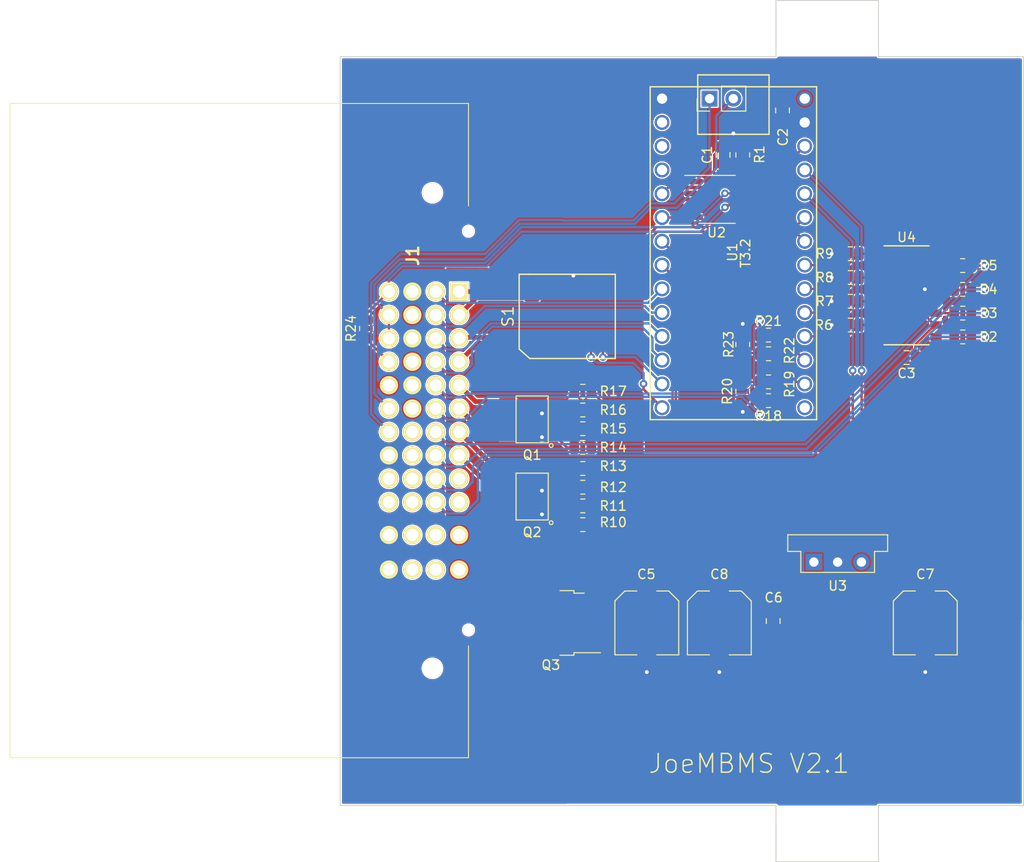
<source format=kicad_pcb>
(kicad_pcb (version 20171130) (host pcbnew 5.99.0+really5.1.10+dfsg1-1)
  (layers (0 F.Cu signal) (31 B.Cu signal) (34 B.Paste user) (35 F.Paste user) (36 B.SilkS user) (37 F.SilkS user) (38 B.Mask user) (39 F.Mask user) (44 Edge.Cuts user))
  (net 0 "")
  (net 1 GND)
  (net 2 +12V)
  (net 3 Teensy_TX3)
  (net 4 Teensy_RX3)
  (net 5 "Net-(R1-Pad2)")
  (net 6 "Net-(R2-Pad2)")
  (net 7 "Net-(R3-Pad2)")
  (net 8 "Net-(R4-Pad2)")
  (net 9 "Net-(R5-Pad2)")
  (net 10 Teensy_IN2)
  (net 11 Teensy_IN1)
  (net 12 Teensy_IN3)
  (net 13 Teensy_IN4)
  (net 14 Teensy_OUT8)
  (net 15 Teensy_OUT7)
  (net 16 Teensy_OUT5)
  (net 17 Teensy_OUT6)
  (net 18 Teensy_ASEN2)
  (net 19 "Net-(R19-Pad1)")
  (net 20 Teensy_ASEN1)
  (net 21 "Net-(R22-Pad1)")
  (net 22 Teensy_OUT1)
  (net 23 Teensy_OUT4)
  (net 24 Teensy_OUT2)
  (net 25 Teensy_OUT3)
  (net 26 "Net-(S1-Pad5)")
  (net 27 "Net-(S1-Pad4)")
  (net 28 "Net-(S1-Pad3)")
  (net 29 "Net-(S1-Pad12)")
  (net 30 "Net-(U1-Pad20)")
  (net 31 +3V3)
  (net 32 Teensy_RX)
  (net 33 Teensy_TX)
  (net 34 "Net-(U1-Pad4)")
  (net 35 "Net-(U1-Pad3)")
  (net 36 "Net-(U1-Pad2)")
  (net 37 "Net-(U2-Pad5)")
  (net 38 "Net-(J1-PadM3)")
  (net 39 "Net-(J1-PadM2)")
  (net 40 "Net-(J1-PadL3)")
  (net 41 "Net-(J1-PadL2)")
  (net 42 "Net-(J1-PadK3)")
  (net 43 "Net-(J1-PadK1)")
  (net 44 "Net-(J1-PadJ3)")
  (net 45 "Net-(J1-PadJ1)")
  (net 46 "Net-(J1-PadH3)")
  (net 47 "Net-(J1-PadG3)")
  (net 48 J1_12V)
  (net 49 J1_CANH)
  (net 50 J1_IN4)
  (net 51 J1_CANL)
  (net 52 J1_IN3)
  (net 53 J1_IN2)
  (net 54 J1_OUT8)
  (net 55 J1_IN1)
  (net 56 J1_OUT7)
  (net 57 J1_TX2)
  (net 58 J1_OUT6)
  (net 59 J1_RX2)
  (net 60 J1_OUT5)
  (net 61 J1_ASEN2)
  (net 62 J1_OUT4)
  (net 63 J1_ASEN1)
  (net 64 J1_OUT3)
  (net 65 J1_OUT2)
  (net 66 J1_OUT1)
  (net 67 J1_CAN_T_2)
  (net 68 "Net-(Q1-Pad4)")
  (net 69 "Net-(Q1-Pad2)")
  (net 70 "Net-(Q2-Pad4)")
  (net 71 "Net-(Q2-Pad2)")
  (net 72 "Net-(J1-PadK4)")
  (net 73 "Net-(J1-PadJ4)")
  (net 74 Teensy_D+)
  (net 75 Teensy_D-)
  (net 76 Teensy_VUSB)
  (module Connector_PinHeader_2.54mm:PinHeader_1x02_P2.54mm_Vertical (layer F.Cu) (at 139.455 54.49 90)
    (fp_text reference REF** hide)
    (fp_text value PinHeader_1x02_P2.54mm_Vertical)
    (pad 2 thru_hole oval (at 0 2.54 90) (size 1.7 1.7) (drill 1) (layers *.Cu *.Mask) (net 75 Teensy_D-))
    (pad 1 thru_hole rect (at 0 0 90) (size 1.7 1.7) (drill 1) (layers *.Cu *.Mask) (net 74 Teensy_D+))
  )
  (module MRV_SMD_Packages:PG-DSO-14-40_EP (layer F.Cu) (at 124.25 77.75)
    (fp_text reference S1 (at -6.335 0 90) (layer F.SilkS) (effects (font (size 1.2 1.2))))
    (fp_text value BTS5200-4)
    (pad 15 smd rect (at -1.65 0.7125) (size 2.9 1.025) (layers F.Cu F.Paste F.Mask) (net 2 +12V))
    (pad 7 smd rect (at 3.81 2.845) (size 0.65 1.31) (layers F.Cu F.Paste F.Mask) (net 22 Teensy_OUT1))
    (pad 8 smd rect (at 3.81 -2.845) (size 0.65 1.31) (layers F.Cu F.Paste F.Mask) (net 25 Teensy_OUT3))
    (pad 6 smd rect (at 2.54 2.845) (size 0.65 1.31) (layers F.Cu F.Paste F.Mask) (net 24 Teensy_OUT2))
    (pad 9 smd rect (at 2.54 -2.845) (size 0.65 1.31) (layers F.Cu F.Paste F.Mask) (net 23 Teensy_OUT4))
    (pad 5 smd rect (at 1.27 2.845) (size 0.65 1.31) (layers F.Cu F.Paste F.Mask) (net 26 "Net-(S1-Pad5)"))
    (pad 10 smd rect (at 1.27 -2.845) (size 0.65 1.31) (layers F.Cu F.Paste F.Mask) (net 1 GND))
    (pad 4 smd rect (at 0 2.845) (size 0.65 1.31) (layers F.Cu F.Paste F.Mask) (net 27 "Net-(S1-Pad4)"))
    (pad 11 smd rect (at 0 -2.845) (size 0.65 1.31) (layers F.Cu F.Paste F.Mask) (net 1 GND))
    (pad 3 smd rect (at -1.27 2.845) (size 0.65 1.31) (layers F.Cu F.Paste F.Mask) (net 28 "Net-(S1-Pad3)"))
    (pad 12 smd rect (at -1.27 -2.845) (size 0.65 1.31) (layers F.Cu F.Paste F.Mask) (net 29 "Net-(S1-Pad12)"))
    (pad 2 smd rect (at -2.54 2.845) (size 0.65 1.31) (layers F.Cu F.Paste F.Mask) (net 65 J1_OUT2))
    (pad 13 smd rect (at -2.54 -2.845) (size 0.65 1.31) (layers F.Cu F.Paste F.Mask) (net 62 J1_OUT4))
    (pad 1 smd rect (at -3.81 2.845) (size 0.65 1.31) (layers F.Cu F.Paste F.Mask) (net 66 J1_OUT1))
    (pad 14 smd rect (at -3.81 -2.845) (size 0.65 1.31) (layers F.Cu F.Paste F.Mask) (net 64 J1_OUT3))
    (pad 15 smd rect (at 1.65 0.7125) (size 2.9 1.025) (layers F.Cu F.Paste F.Mask) (net 2 +12V))
    (pad 15 smd rect (at 1.65 -0.7125) (size 2.9 1.025) (layers F.Cu F.Paste F.Mask) (net 2 +12V))
    (pad 15 smd rect (at -1.65 -0.7125) (size 2.9 1.025) (layers F.Cu F.Paste F.Mask) (net 2 +12V))
  )
  (module Molex_5007620481:5007620481 (layer F.Cu) (at 112.7 75.1 270)
    (fp_text reference J1 (at -3.85 4.95 90) (layer F.SilkS) (effects (font (size 1.27 1.27) (thickness 0.254))))
    (fp_text value 5007620481 hide)
    (pad MH4 thru_hole circle (at 40.25 2.85) (size 2.05 2.05) (drill 4.1) (layers *.Cu *.Mask F.SilkS))
    (pad MH3 thru_hole circle (at -10.55 2.85) (size 2.05 2.05) (drill 4.1) (layers *.Cu *.Mask F.SilkS))
    (pad MH2 thru_hole circle (at 36.15 -1) (size 1.15 1.15) (drill 2.3) (layers *.Cu *.Mask F.SilkS))
    (pad MH1 thru_hole circle (at -6.45 -1) (size 1.15 1.15) (drill 2.3) (layers *.Cu *.Mask F.SilkS))
    (pad M4 thru_hole circle (at 29.7 7.5) (size 1.95 1.95) (drill 1.3) (layers *.Cu *.Mask F.SilkS) (net 1 GND))
    (pad M3 thru_hole circle (at 29.7 5) (size 1.95 1.95) (drill 1.3) (layers *.Cu *.Mask F.SilkS) (net 38 "Net-(J1-PadM3)"))
    (pad M2 thru_hole circle (at 29.7 2.5) (size 1.95 1.95) (drill 1.3) (layers *.Cu *.Mask F.SilkS) (net 39 "Net-(J1-PadM2)"))
    (pad M1 thru_hole circle (at 29.7 0) (size 1.95 1.95) (drill 1.3) (layers *.Cu *.Mask F.SilkS) (net 48 J1_12V))
    (pad L4 thru_hole circle (at 26 7.5) (size 1.95 1.95) (drill 1.3) (layers *.Cu *.Mask F.SilkS) (net 1 GND))
    (pad L3 thru_hole circle (at 26 5) (size 1.95 1.95) (drill 1.3) (layers *.Cu *.Mask F.SilkS) (net 40 "Net-(J1-PadL3)"))
    (pad L2 thru_hole circle (at 26 2.5) (size 1.95 1.95) (drill 1.3) (layers *.Cu *.Mask F.SilkS) (net 41 "Net-(J1-PadL2)"))
    (pad L1 thru_hole circle (at 26 0) (size 1.95 1.95) (drill 1.3) (layers *.Cu *.Mask F.SilkS) (net 48 J1_12V))
    (pad K4 thru_hole circle (at 22.5 7.5) (size 1.95 1.95) (drill 1.3) (layers *.Cu *.Mask F.SilkS) (net 72 "Net-(J1-PadK4)"))
    (pad K3 thru_hole circle (at 22.5 5) (size 1.95 1.95) (drill 1.3) (layers *.Cu *.Mask F.SilkS) (net 42 "Net-(J1-PadK3)"))
    (pad K2 thru_hole circle (at 22.5 2.5) (size 1.95 1.95) (drill 1.3) (layers *.Cu *.Mask F.SilkS) (net 53 J1_IN2))
    (pad K1 thru_hole circle (at 22.5 0) (size 1.95 1.95) (drill 1.3) (layers *.Cu *.Mask F.SilkS) (net 43 "Net-(J1-PadK1)"))
    (pad J4 thru_hole circle (at 20 7.5) (size 1.95 1.95) (drill 1.3) (layers *.Cu *.Mask F.SilkS) (net 73 "Net-(J1-PadJ4)"))
    (pad J3 thru_hole circle (at 20 5) (size 1.95 1.95) (drill 1.3) (layers *.Cu *.Mask F.SilkS) (net 44 "Net-(J1-PadJ3)"))
    (pad J2 thru_hole circle (at 20 2.5) (size 1.95 1.95) (drill 1.3) (layers *.Cu *.Mask F.SilkS) (net 55 J1_IN1))
    (pad J1 thru_hole circle (at 20 0) (size 1.95 1.95) (drill 1.3) (layers *.Cu *.Mask F.SilkS) (net 45 "Net-(J1-PadJ1)"))
    (pad H4 thru_hole circle (at 17.5 7.5) (size 1.95 1.95) (drill 1.3) (layers *.Cu *.Mask F.SilkS) (net 1 GND))
    (pad H3 thru_hole circle (at 17.5 5) (size 1.95 1.95) (drill 1.3) (layers *.Cu *.Mask F.SilkS) (net 46 "Net-(J1-PadH3)"))
    (pad H2 thru_hole circle (at 17.5 2.5) (size 1.95 1.95) (drill 1.3) (layers *.Cu *.Mask F.SilkS) (net 52 J1_IN3))
    (pad H1 thru_hole circle (at 17.5 0) (size 1.95 1.95) (drill 1.3) (layers *.Cu *.Mask F.SilkS) (net 58 J1_OUT6))
    (pad G4 thru_hole circle (at 15 7.5) (size 1.95 1.95) (drill 1.3) (layers *.Cu *.Mask F.SilkS) (net 74 Teensy_D+))
    (pad G3 thru_hole circle (at 15 5) (size 1.95 1.95) (drill 1.3) (layers *.Cu *.Mask F.SilkS) (net 47 "Net-(J1-PadG3)"))
    (pad G2 thru_hole circle (at 15 2.5) (size 1.95 1.95) (drill 1.3) (layers *.Cu *.Mask F.SilkS) (net 50 J1_IN4))
    (pad G1 thru_hole circle (at 15 0) (size 1.95 1.95) (drill 1.3) (layers *.Cu *.Mask F.SilkS) (net 60 J1_OUT5))
    (pad F4 thru_hole circle (at 12.5 7.5) (size 1.95 1.95) (drill 1.3) (layers *.Cu *.Mask F.SilkS) (net 75 Teensy_D-))
    (pad F3 thru_hole circle (at 12.5 5) (size 1.95 1.95) (drill 1.3) (layers *.Cu *.Mask F.SilkS) (net 76 Teensy_VUSB))
    (pad F2 thru_hole circle (at 12.5 2.5) (size 1.95 1.95) (drill 1.3) (layers *.Cu *.Mask F.SilkS) (net 61 J1_ASEN2))
    (pad F1 thru_hole circle (at 12.5 0) (size 1.95 1.95) (drill 1.3) (layers *.Cu *.Mask F.SilkS) (net 56 J1_OUT7))
    (pad E4 thru_hole circle (at 10 7.5) (size 1.95 1.95) (drill 1.3) (layers *.Cu *.Mask F.SilkS) (net 76 Teensy_VUSB))
    (pad E3 thru_hole circle (at 10 5) (size 1.95 1.95) (drill 1.3) (layers *.Cu *.Mask F.SilkS) (net 1 GND))
    (pad E2 thru_hole circle (at 10 2.5) (size 1.95 1.95) (drill 1.3) (layers *.Cu *.Mask F.SilkS) (net 63 J1_ASEN1))
    (pad E1 thru_hole circle (at 10 0) (size 1.95 1.95) (drill 1.3) (layers *.Cu *.Mask F.SilkS) (net 54 J1_OUT8))
    (pad D4 thru_hole circle (at 7.5 7.5) (size 1.95 1.95) (drill 1.3) (layers *.Cu *.Mask F.SilkS) (net 67 J1_CAN_T_2))
    (pad D3 thru_hole circle (at 7.5 5) (size 1.95 1.95) (drill 1.3) (layers *.Cu *.Mask F.SilkS) (net 76 Teensy_VUSB))
    (pad D2 thru_hole circle (at 7.5 2.5) (size 1.95 1.95) (drill 1.3) (layers *.Cu *.Mask F.SilkS) (net 57 J1_TX2))
    (pad D1 thru_hole circle (at 7.5 0) (size 1.95 1.95) (drill 1.3) (layers *.Cu *.Mask F.SilkS) (net 66 J1_OUT1))
    (pad C4 thru_hole circle (at 5 7.5) (size 1.95 1.95) (drill 1.3) (layers *.Cu *.Mask F.SilkS) (net 49 J1_CANH))
    (pad C3 thru_hole circle (at 5 5) (size 1.95 1.95) (drill 1.3) (layers *.Cu *.Mask F.SilkS) (net 1 GND))
    (pad C2 thru_hole circle (at 5 2.5) (size 1.95 1.95) (drill 1.3) (layers *.Cu *.Mask F.SilkS) (net 59 J1_RX2))
    (pad C1 thru_hole circle (at 5 0) (size 1.95 1.95) (drill 1.3) (layers *.Cu *.Mask F.SilkS) (net 65 J1_OUT2))
    (pad B4 thru_hole circle (at 2.5 7.5) (size 1.95 1.95) (drill 1.3) (layers *.Cu *.Mask F.SilkS) (net 49 J1_CANH))
    (pad B3 thru_hole circle (at 2.5 5) (size 1.95 1.95) (drill 1.3) (layers *.Cu *.Mask F.SilkS) (net 76 Teensy_VUSB))
    (pad B2 thru_hole circle (at 2.5 2.5) (size 1.95 1.95) (drill 1.3) (layers *.Cu *.Mask F.SilkS) (net 3 Teensy_TX3))
    (pad B1 thru_hole circle (at 2.5 0) (size 1.95 1.95) (drill 1.3) (layers *.Cu *.Mask F.SilkS) (net 62 J1_OUT4))
    (pad A4 thru_hole circle (at 0 7.5) (size 1.95 1.95) (drill 1.3) (layers *.Cu *.Mask F.SilkS) (net 51 J1_CANL))
    (pad A3 thru_hole circle (at 0 5) (size 1.95 1.95) (drill 1.3) (layers *.Cu *.Mask F.SilkS) (net 1 GND))
    (pad A2 thru_hole circle (at 0 2.5) (size 1.95 1.95) (drill 1.3) (layers *.Cu *.Mask F.SilkS) (net 4 Teensy_RX3))
    (pad A1 thru_hole rect (at 0 0) (size 1.95 1.95) (drill 1.3) (layers *.Cu *.Mask F.SilkS) (net 64 J1_OUT3))
  )
  (module Capacitor_SMD:C_0805_2012Metric (layer F.Cu) (at 140.9 60.5 270)
    (fp_text reference C1 (at 0 1.7 90) (layer F.SilkS))
    (fp_text value 100nF)
    (pad 2 smd roundrect (at 0.95 0 270) (size 1 1.45) (layers F.Cu F.Paste F.Mask) (net 31 +3V3))
    (pad 1 smd roundrect (at -0.95 0 270) (size 1 1.45) (layers F.Cu F.Paste F.Mask) (net 1 GND))
  )
  (module TLP2934:TLP293-4 (layer F.Cu) (at 160.5 75.5 180)
    (fp_text reference U4 (at 0 6.2) (layer F.SilkS))
    (fp_text value "IS281-4 " hide)
    (pad 16 smd rect (at 3.149999 -4.445 180) (size 1.1938 0.8128) (layers F.Cu F.Paste F.Mask) (net 76 Teensy_VUSB))
    (pad 15 smd rect (at 3.149999 -3.175 180) (size 1.1938 0.8128) (layers F.Cu F.Paste F.Mask) (net 10 Teensy_IN2))
    (pad 14 smd rect (at 3.149999 -1.905 180) (size 1.1938 0.8128) (layers F.Cu F.Paste F.Mask) (net 76 Teensy_VUSB))
    (pad 13 smd rect (at 3.149999 -0.635 180) (size 1.1938 0.8128) (layers F.Cu F.Paste F.Mask) (net 11 Teensy_IN1))
    (pad 12 smd rect (at 3.149999 0.635 180) (size 1.1938 0.8128) (layers F.Cu F.Paste F.Mask) (net 76 Teensy_VUSB))
    (pad 11 smd rect (at 3.149999 1.905 180) (size 1.1938 0.8128) (layers F.Cu F.Paste F.Mask) (net 12 Teensy_IN3))
    (pad 10 smd rect (at 3.149999 3.175 180) (size 1.1938 0.8128) (layers F.Cu F.Paste F.Mask) (net 76 Teensy_VUSB))
    (pad 9 smd rect (at 3.149999 4.445 180) (size 1.1938 0.8128) (layers F.Cu F.Paste F.Mask) (net 13 Teensy_IN4))
    (pad 8 smd rect (at -3.149999 4.445 180) (size 1.1938 0.8128) (layers F.Cu F.Paste F.Mask) (net 1 GND))
    (pad 7 smd rect (at -3.149999 3.175 180) (size 1.1938 0.8128) (layers F.Cu F.Paste F.Mask) (net 9 "Net-(R5-Pad2)"))
    (pad 6 smd rect (at -3.149999 1.905 180) (size 1.1938 0.8128) (layers F.Cu F.Paste F.Mask) (net 1 GND))
    (pad 5 smd rect (at -3.149999 0.635 180) (size 1.1938 0.8128) (layers F.Cu F.Paste F.Mask) (net 8 "Net-(R4-Pad2)"))
    (pad 4 smd rect (at -3.149999 -0.635 180) (size 1.1938 0.8128) (layers F.Cu F.Paste F.Mask) (net 1 GND))
    (pad 3 smd rect (at -3.149999 -1.905 180) (size 1.1938 0.8128) (layers F.Cu F.Paste F.Mask) (net 7 "Net-(R3-Pad2)"))
    (pad 2 smd rect (at -3.149999 -3.175 180) (size 1.1938 0.8128) (layers F.Cu F.Paste F.Mask) (net 1 GND))
    (pad 1 smd rect (at -3.149999 -4.445 180) (size 1.1938 0.8128) (layers F.Cu F.Paste F.Mask) (net 6 "Net-(R2-Pad2)"))
  )
  (module Converter_DCDC:Converter_DCDC_muRata_OKI-78SR_Vertical (layer F.Cu) (at 150.6 104)
    (fp_text reference U3 (at 2.54 2.54 180) (layer F.SilkS))
    (fp_text value "DCDC 5V")
    (pad 1 thru_hole rect (at 0 0) (size 1.8 1.8) (drill 1) (layers *.Cu *.Mask) (net 2 +12V))
    (pad 2 thru_hole circle (at 2.54 0) (size 1.8 1.8) (drill 1) (layers *.Cu *.Mask) (net 1 GND))
    (pad 3 thru_hole circle (at 5.08 0) (size 1.8 1.8) (drill 1) (layers *.Cu *.Mask) (net 76 Teensy_VUSB))
  )
  (module Package_SO:SOIC-8_3.9x4.9mm_P1.27mm (layer F.Cu) (at 140.25 65.25)
    (fp_text reference U2 (at -0.05 3.55) (layer F.SilkS))
    (fp_text value SN65HVD230)
    (pad 8 smd roundrect (at 2.475 -1.905) (size 1.95 0.6) (layers F.Cu F.Paste F.Mask) (net 5 "Net-(R1-Pad2)"))
    (pad 7 smd roundrect (at 2.475 -0.635) (size 1.95 0.6) (layers F.Cu F.Paste F.Mask) (net 49 J1_CANH))
    (pad 6 smd roundrect (at 2.475 0.635) (size 1.95 0.6) (layers F.Cu F.Paste F.Mask) (net 51 J1_CANL))
    (pad 5 smd roundrect (at 2.475 1.905) (size 1.95 0.6) (layers F.Cu F.Paste F.Mask) (net 37 "Net-(U2-Pad5)"))
    (pad 4 smd roundrect (at -2.475 1.905) (size 1.95 0.6) (layers F.Cu F.Paste F.Mask) (net 32 Teensy_RX))
    (pad 3 smd roundrect (at -2.475 0.635) (size 1.95 0.6) (layers F.Cu F.Paste F.Mask) (net 31 +3V3))
    (pad 2 smd roundrect (at -2.475 -0.635) (size 1.95 0.6) (layers F.Cu F.Paste F.Mask) (net 1 GND))
    (pad 1 smd roundrect (at -2.475 -1.905) (size 1.95 0.6) (layers F.Cu F.Paste F.Mask) (net 33 Teensy_TX))
  )
  (module Teensy:Teensy30_31_32_LC_Mod (layer F.Cu) (at 142 71 270)
    (fp_text reference U1 (at -0.1 0.1 90) (layer F.SilkS))
    (fp_text value Teensy3.2)
    (fp_text user T3.2 (at 0 -1.3 90) (layer F.SilkS))
    (pad 20 thru_hole circle (at 16.51 -7.62 270) (size 1.6 1.6) (drill 1.1) (layers *.Cu *.Mask) (net 30 "Net-(U1-Pad20)"))
    (pad 14 thru_hole circle (at 16.51 7.62 270) (size 1.6 1.6) (drill 1.1) (layers *.Cu *.Mask) (net 24 Teensy_OUT2))
    (pad 21 thru_hole circle (at 13.97 -7.62 270) (size 1.6 1.6) (drill 1.1) (layers *.Cu *.Mask) (net 18 Teensy_ASEN2))
    (pad 22 thru_hole circle (at 11.43 -7.62 270) (size 1.6 1.6) (drill 1.1) (layers *.Cu *.Mask) (net 20 Teensy_ASEN1))
    (pad 23 thru_hole circle (at 8.89 -7.62 270) (size 1.6 1.6) (drill 1.1) (layers *.Cu *.Mask) (net 10 Teensy_IN2))
    (pad 24 thru_hole circle (at 6.35 -7.62 270) (size 1.6 1.6) (drill 1.1) (layers *.Cu *.Mask) (net 11 Teensy_IN1))
    (pad 25 thru_hole circle (at 3.81 -7.62 270) (size 1.6 1.6) (drill 1.1) (layers *.Cu *.Mask) (net 12 Teensy_IN3))
    (pad 26 thru_hole circle (at 1.27 -7.62 270) (size 1.6 1.6) (drill 1.1) (layers *.Cu *.Mask) (net 13 Teensy_IN4))
    (pad 27 thru_hole circle (at -1.27 -7.62 270) (size 1.6 1.6) (drill 1.1) (layers *.Cu *.Mask) (net 25 Teensy_OUT3))
    (pad 28 thru_hole circle (at -3.81 -7.62 270) (size 1.6 1.6) (drill 1.1) (layers *.Cu *.Mask) (net 23 Teensy_OUT4))
    (pad 29 thru_hole circle (at -6.35 -7.62 270) (size 1.6 1.6) (drill 1.1) (layers *.Cu *.Mask) (net 16 Teensy_OUT5))
    (pad 30 thru_hole circle (at -8.89 -7.62 270) (size 1.6 1.6) (drill 1.1) (layers *.Cu *.Mask) (net 17 Teensy_OUT6))
    (pad 31 thru_hole circle (at -11.43 -7.62 270) (size 1.6 1.6) (drill 1.1) (layers *.Cu *.Mask) (net 31 +3V3))
    (pad 32 thru_hole circle (at -13.97 -7.62 270) (size 1.6 1.6) (drill 1.1) (layers *.Cu *.Mask) (net 1 GND))
    (pad 33 thru_hole circle (at -16.51 -7.62 270) (size 1.6 1.6) (drill 1.1) (layers *.Cu *.Mask) (net 76 Teensy_VUSB))
    (pad 13 thru_hole circle (at 13.97 7.62 270) (size 1.6 1.6) (drill 1.1) (layers *.Cu *.Mask) (net 22 Teensy_OUT1))
    (pad 12 thru_hole circle (at 11.43 7.62 270) (size 1.6 1.6) (drill 1.1) (layers *.Cu *.Mask) (net 57 J1_TX2))
    (pad 11 thru_hole circle (at 8.89 7.62 270) (size 1.6 1.6) (drill 1.1) (layers *.Cu *.Mask) (net 59 J1_RX2))
    (pad 10 thru_hole circle (at 6.35 7.62 270) (size 1.6 1.6) (drill 1.1) (layers *.Cu *.Mask) (net 3 Teensy_TX3))
    (pad 9 thru_hole circle (at 3.81 7.62 270) (size 1.6 1.6) (drill 1.1) (layers *.Cu *.Mask) (net 4 Teensy_RX3))
    (pad 8 thru_hole circle (at 1.27 7.62 270) (size 1.6 1.6) (drill 1.1) (layers *.Cu *.Mask) (net 14 Teensy_OUT8))
    (pad 7 thru_hole circle (at -1.27 7.62 270) (size 1.6 1.6) (drill 1.1) (layers *.Cu *.Mask) (net 15 Teensy_OUT7))
    (pad 6 thru_hole circle (at -3.81 7.62 270) (size 1.6 1.6) (drill 1.1) (layers *.Cu *.Mask) (net 32 Teensy_RX))
    (pad 5 thru_hole circle (at -6.35 7.62 270) (size 1.6 1.6) (drill 1.1) (layers *.Cu *.Mask) (net 33 Teensy_TX))
    (pad 4 thru_hole circle (at -8.89 7.62 270) (size 1.6 1.6) (drill 1.1) (layers *.Cu *.Mask) (net 34 "Net-(U1-Pad4)"))
    (pad 3 thru_hole circle (at -11.43 7.62 270) (size 1.6 1.6) (drill 1.1) (layers *.Cu *.Mask) (net 35 "Net-(U1-Pad3)"))
    (pad 2 thru_hole circle (at -13.97 7.62 270) (size 1.6 1.6) (drill 1.1) (layers *.Cu *.Mask) (net 36 "Net-(U1-Pad2)"))
    (pad 1 thru_hole rect (at -16.51 7.62 270) (size 1.6 1.6) (drill 1.1) (layers *.Cu *.Mask) (net 1 GND))
  )
  (module Resistor_SMD:R_0805_2012Metric (layer F.Cu) (at 102.8 79.05 90)
    (fp_text reference R24 (at 0 -1.65 90) (layer F.SilkS))
    (fp_text value 120)
    (pad 2 smd roundrect (at 0.9125 0 90) (size 1.025 1.4) (layers F.Cu F.Paste F.Mask) (roundrect_rratio 0.2439004878048781) (net 51 J1_CANL))
    (pad 1 smd roundrect (at -0.9125 0 90) (size 1.025 1.4) (layers F.Cu F.Paste F.Mask) (roundrect_rratio 0.2439004878048781) (net 67 J1_CAN_T_2))
  )
  (module Resistor_SMD:R_0805_2012Metric (layer F.Cu) (at 143 80.75 270)
    (fp_text reference R23 (at 0 1.5 90) (layer F.SilkS))
    (fp_text value 10k)
    (pad 2 smd roundrect (at 0.9125 0 270) (size 1.025 1.4) (layers F.Cu F.Paste F.Mask) (roundrect_rratio 0.2439004878048781) (net 21 "Net-(R22-Pad1)"))
    (pad 1 smd roundrect (at -0.9125 0 270) (size 1.025 1.4) (layers F.Cu F.Paste F.Mask) (roundrect_rratio 0.2439004878048781) (net 1 GND))
  )
  (module Resistor_SMD:R_0805_2012Metric (layer F.Cu) (at 145.75 81.75)
    (fp_text reference R22 (at 2.25 -0.35 90) (layer F.SilkS))
    (fp_text value 10k)
    (pad 2 smd roundrect (at 0.9125 0) (size 1.025 1.4) (layers F.Cu F.Paste F.Mask) (roundrect_rratio 0.2439004878048781) (net 20 Teensy_ASEN1))
    (pad 1 smd roundrect (at -0.9125 0) (size 1.025 1.4) (layers F.Cu F.Paste F.Mask) (roundrect_rratio 0.2439004878048781) (net 21 "Net-(R22-Pad1)"))
  )
  (module Resistor_SMD:R_0805_2012Metric (layer F.Cu) (at 145.75 79.75 180)
    (fp_text reference R21 (at 0 1.5) (layer F.SilkS))
    (fp_text value 10k)
    (pad 2 smd roundrect (at 0.9125 0 180) (size 1.025 1.4) (layers F.Cu F.Paste F.Mask) (roundrect_rratio 0.2439004878048781) (net 63 J1_ASEN1))
    (pad 1 smd roundrect (at -0.9125 0 180) (size 1.025 1.4) (layers F.Cu F.Paste F.Mask) (roundrect_rratio 0.2439004878048781) (net 20 Teensy_ASEN1))
  )
  (module Resistor_SMD:R_0805_2012Metric (layer F.Cu) (at 143 85.75 90)
    (fp_text reference R20 (at 0 -1.65 90) (layer F.SilkS))
    (fp_text value 10k)
    (pad 2 smd roundrect (at 0.9125 0 90) (size 1.025 1.4) (layers F.Cu F.Paste F.Mask) (roundrect_rratio 0.2439004878048781) (net 19 "Net-(R19-Pad1)"))
    (pad 1 smd roundrect (at -0.9125 0 90) (size 1.025 1.4) (layers F.Cu F.Paste F.Mask) (roundrect_rratio 0.2439004878048781) (net 1 GND))
  )
  (module Resistor_SMD:R_0805_2012Metric (layer F.Cu) (at 145.75 84.75)
    (fp_text reference R19 (at 2.25 0.25 90) (layer F.SilkS))
    (fp_text value 10k)
    (pad 2 smd roundrect (at 0.9125 0) (size 1.025 1.4) (layers F.Cu F.Paste F.Mask) (roundrect_rratio 0.2439004878048781) (net 18 Teensy_ASEN2))
    (pad 1 smd roundrect (at -0.9125 0) (size 1.025 1.4) (layers F.Cu F.Paste F.Mask) (roundrect_rratio 0.2439004878048781) (net 19 "Net-(R19-Pad1)"))
  )
  (module Resistor_SMD:R_0805_2012Metric (layer F.Cu) (at 145.75 86.75 180)
    (fp_text reference R18 (at 0 -1.65) (layer F.SilkS))
    (fp_text value 10k)
    (pad 2 smd roundrect (at 0.9125 0 180) (size 1.025 1.4) (layers F.Cu F.Paste F.Mask) (roundrect_rratio 0.2439004878048781) (net 61 J1_ASEN2))
    (pad 1 smd roundrect (at -0.9125 0 180) (size 1.025 1.4) (layers F.Cu F.Paste F.Mask) (roundrect_rratio 0.2439004878048781) (net 18 Teensy_ASEN2))
  )
  (module Resistor_SMD:R_0805_2012Metric (layer F.Cu) (at 125.9125 85.75 180)
    (fp_text reference R17 (at -3.25 0) (layer F.SilkS))
    (fp_text value 220)
    (pad 2 smd roundrect (at 0.9125 0 180) (size 1.025 1.4) (layers F.Cu F.Paste F.Mask) (roundrect_rratio 0.2439004878048781) (net 68 "Net-(Q1-Pad4)"))
    (pad 1 smd roundrect (at -0.9125 0 180) (size 1.025 1.4) (layers F.Cu F.Paste F.Mask) (roundrect_rratio 0.2439004878048781) (net 14 Teensy_OUT8))
  )
  (module Resistor_SMD:R_0805_2012Metric (layer F.Cu) (at 125.9125 87.75 180)
    (fp_text reference R16 (at -3.25 0) (layer F.SilkS))
    (fp_text value 10k)
    (pad 2 smd roundrect (at 0.9125 0 180) (size 1.025 1.4) (layers F.Cu F.Paste F.Mask) (roundrect_rratio 0.2439004878048781) (net 1 GND))
    (pad 1 smd roundrect (at -0.9125 0 180) (size 1.025 1.4) (layers F.Cu F.Paste F.Mask) (roundrect_rratio 0.2439004878048781) (net 68 "Net-(Q1-Pad4)"))
  )
  (module Resistor_SMD:R_0805_2012Metric (layer F.Cu) (at 125.9125 89.75 180)
    (fp_text reference R15 (at -3.25 0) (layer F.SilkS))
    (fp_text value 220)
    (pad 2 smd roundrect (at 0.9125 0 180) (size 1.025 1.4) (layers F.Cu F.Paste F.Mask) (roundrect_rratio 0.2439004878048781) (net 69 "Net-(Q1-Pad2)"))
    (pad 1 smd roundrect (at -0.9125 0 180) (size 1.025 1.4) (layers F.Cu F.Paste F.Mask) (roundrect_rratio 0.2439004878048781) (net 15 Teensy_OUT7))
  )
  (module Resistor_SMD:R_0805_2012Metric (layer F.Cu) (at 125.9125 91.75 180)
    (fp_text reference R14 (at -3.25 0) (layer F.SilkS))
    (fp_text value 10k)
    (pad 2 smd roundrect (at 0.9125 0 180) (size 1.025 1.4) (layers F.Cu F.Paste F.Mask) (roundrect_rratio 0.2439004878048781) (net 1 GND))
    (pad 1 smd roundrect (at -0.9125 0 180) (size 1.025 1.4) (layers F.Cu F.Paste F.Mask) (roundrect_rratio 0.2439004878048781) (net 69 "Net-(Q1-Pad2)"))
  )
  (module Resistor_SMD:R_0805_2012Metric (layer F.Cu) (at 125.9125 94 180)
    (fp_text reference R13 (at -3.25 0.25) (layer F.SilkS))
    (fp_text value 220)
    (pad 2 smd roundrect (at 0.9125 0 180) (size 1.025 1.4) (layers F.Cu F.Paste F.Mask) (roundrect_rratio 0.2439004878048781) (net 70 "Net-(Q2-Pad4)"))
    (pad 1 smd roundrect (at -0.9125 0 180) (size 1.025 1.4) (layers F.Cu F.Paste F.Mask) (roundrect_rratio 0.2439004878048781) (net 16 Teensy_OUT5))
  )
  (module Resistor_SMD:R_0805_2012Metric (layer F.Cu) (at 125.9125 96 180)
    (fp_text reference R12 (at -3.25 0) (layer F.SilkS))
    (fp_text value 10k)
    (pad 2 smd roundrect (at 0.9125 0 180) (size 1.025 1.4) (layers F.Cu F.Paste F.Mask) (roundrect_rratio 0.2439004878048781) (net 1 GND))
    (pad 1 smd roundrect (at -0.9125 0 180) (size 1.025 1.4) (layers F.Cu F.Paste F.Mask) (roundrect_rratio 0.2439004878048781) (net 70 "Net-(Q2-Pad4)"))
  )
  (module Resistor_SMD:R_0805_2012Metric (layer F.Cu) (at 125.9125 98 180)
    (fp_text reference R11 (at -3.25 0) (layer F.SilkS))
    (fp_text value 220)
    (pad 2 smd roundrect (at 0.9125 0 180) (size 1.025 1.4) (layers F.Cu F.Paste F.Mask) (roundrect_rratio 0.2439004878048781) (net 71 "Net-(Q2-Pad2)"))
    (pad 1 smd roundrect (at -0.9125 0 180) (size 1.025 1.4) (layers F.Cu F.Paste F.Mask) (roundrect_rratio 0.2439004878048781) (net 17 Teensy_OUT6))
  )
  (module Resistor_SMD:R_0805_2012Metric (layer F.Cu) (at 125.9125 100 180)
    (fp_text reference R10 (at -3.25 0.25) (layer F.SilkS))
    (fp_text value 10k)
    (pad 2 smd roundrect (at 0.9125 0 180) (size 1.025 1.4) (layers F.Cu F.Paste F.Mask) (roundrect_rratio 0.2439004878048781) (net 1 GND))
    (pad 1 smd roundrect (at -0.9125 0 180) (size 1.025 1.4) (layers F.Cu F.Paste F.Mask) (roundrect_rratio 0.2439004878048781) (net 71 "Net-(Q2-Pad2)"))
  )
  (module Resistor_SMD:R_0805_2012Metric (layer F.Cu) (at 154.5 71.055 180)
    (fp_text reference R9 (at 2.75 0) (layer F.SilkS))
    (fp_text value 10k)
    (pad 2 smd roundrect (at 0.9125 0 180) (size 1.025 1.4) (layers F.Cu F.Paste F.Mask) (roundrect_rratio 0.2439004878048781) (net 1 GND))
    (pad 1 smd roundrect (at -0.9125 0 180) (size 1.025 1.4) (layers F.Cu F.Paste F.Mask) (roundrect_rratio 0.2439004878048781) (net 13 Teensy_IN4))
  )
  (module Resistor_SMD:R_0805_2012Metric (layer F.Cu) (at 154.5 73.595 180)
    (fp_text reference R8 (at 2.75 0) (layer F.SilkS))
    (fp_text value 10k)
    (pad 2 smd roundrect (at 0.9125 0 180) (size 1.025 1.4) (layers F.Cu F.Paste F.Mask) (roundrect_rratio 0.2439004878048781) (net 1 GND))
    (pad 1 smd roundrect (at -0.9125 0 180) (size 1.025 1.4) (layers F.Cu F.Paste F.Mask) (roundrect_rratio 0.2439004878048781) (net 12 Teensy_IN3))
  )
  (module Resistor_SMD:R_0805_2012Metric (layer F.Cu) (at 154.5 76.135 180)
    (fp_text reference R7 (at 2.75 0) (layer F.SilkS))
    (fp_text value 10k)
    (pad 2 smd roundrect (at 0.9125 0 180) (size 1.025 1.4) (layers F.Cu F.Paste F.Mask) (roundrect_rratio 0.2439004878048781) (net 1 GND))
    (pad 1 smd roundrect (at -0.9125 0 180) (size 1.025 1.4) (layers F.Cu F.Paste F.Mask) (roundrect_rratio 0.2439004878048781) (net 11 Teensy_IN1))
  )
  (module Resistor_SMD:R_0805_2012Metric (layer F.Cu) (at 154.5 78.675 180)
    (fp_text reference R6 (at 2.8375 0) (layer F.SilkS))
    (fp_text value 10k)
    (pad 2 smd roundrect (at 0.9125 0 180) (size 1.025 1.4) (layers F.Cu F.Paste F.Mask) (roundrect_rratio 0.2439004878048781) (net 1 GND))
    (pad 1 smd roundrect (at -0.9125 0 180) (size 1.025 1.4) (layers F.Cu F.Paste F.Mask) (roundrect_rratio 0.2439004878048781) (net 10 Teensy_IN2))
  )
  (module Resistor_SMD:R_0805_2012Metric (layer F.Cu) (at 166.5 72.325 180)
    (fp_text reference R5 (at -2.75 0) (layer F.SilkS))
    (fp_text value 4.7k)
    (pad 2 smd roundrect (at 0.9125 0 180) (size 1.025 1.4) (layers F.Cu F.Paste F.Mask) (roundrect_rratio 0.2439004878048781) (net 9 "Net-(R5-Pad2)"))
    (pad 1 smd roundrect (at -0.9125 0 180) (size 1.025 1.4) (layers F.Cu F.Paste F.Mask) (roundrect_rratio 0.2439004878048781) (net 50 J1_IN4))
  )
  (module Resistor_SMD:R_0805_2012Metric (layer F.Cu) (at 166.5 74.865 180)
    (fp_text reference R4 (at -2.75 0) (layer F.SilkS))
    (fp_text value 4.7k)
    (pad 2 smd roundrect (at 0.9125 0 180) (size 1.025 1.4) (layers F.Cu F.Paste F.Mask) (roundrect_rratio 0.2439004878048781) (net 8 "Net-(R4-Pad2)"))
    (pad 1 smd roundrect (at -0.9125 0 180) (size 1.025 1.4) (layers F.Cu F.Paste F.Mask) (roundrect_rratio 0.2439004878048781) (net 52 J1_IN3))
  )
  (module Resistor_SMD:R_0805_2012Metric (layer F.Cu) (at 166.5 77.405 180)
    (fp_text reference R3 (at -2.75 0) (layer F.SilkS))
    (fp_text value 4.7k)
    (pad 2 smd roundrect (at 0.9125 0 180) (size 1.025 1.4) (layers F.Cu F.Paste F.Mask) (roundrect_rratio 0.2439004878048781) (net 7 "Net-(R3-Pad2)"))
    (pad 1 smd roundrect (at -0.9125 0 180) (size 1.025 1.4) (layers F.Cu F.Paste F.Mask) (roundrect_rratio 0.2439004878048781) (net 55 J1_IN1))
  )
  (module Resistor_SMD:R_0805_2012Metric (layer F.Cu) (at 166.5 79.945 180)
    (fp_text reference R2 (at -2.75 0) (layer F.SilkS))
    (fp_text value 4.7k)
    (pad 2 smd roundrect (at 0.9125 0 180) (size 1.025 1.4) (layers F.Cu F.Paste F.Mask) (roundrect_rratio 0.2439004878048781) (net 6 "Net-(R2-Pad2)"))
    (pad 1 smd roundrect (at -0.9125 0 180) (size 1.025 1.4) (layers F.Cu F.Paste F.Mask) (roundrect_rratio 0.2439004878048781) (net 53 J1_IN2))
  )
  (module Resistor_SMD:R_0805_2012Metric (layer F.Cu) (at 143 60.5 270)
    (fp_text reference R1 (at -0.05 -1.8 90) (layer F.SilkS))
    (fp_text value 10k)
    (pad 2 smd roundrect (at 0.9125 0 270) (size 1.025 1.4) (layers F.Cu F.Paste F.Mask) (roundrect_rratio 0.2439004878048781) (net 5 "Net-(R1-Pad2)"))
    (pad 1 smd roundrect (at -0.9125 0 270) (size 1.025 1.4) (layers F.Cu F.Paste F.Mask) (roundrect_rratio 0.2439004878048781) (net 1 GND))
  )
  (module Package_TO_SOT_SMD:TO-252-2 (layer F.Cu) (at 122.5 110.5 180)
    (fp_text reference Q3 (at 0 -4.5) (layer F.SilkS))
    (fp_text value "P-Chanel Mosfet")
    (pad 2 smd rect (at 2.1 0 180) (size 6.4 5.8) (layers F.Cu F.Mask) (net 48 J1_12V))
    (pad 3 smd rect (at -4.2 2.28 180) (size 2.2 1.2) (layers F.Cu F.Paste F.Mask) (net 2 +12V))
    (pad 1 smd rect (at -4.2 -2.28 180) (size 2.2 1.2) (layers F.Cu F.Paste F.Mask) (net 1 GND))
  )
  (module JoeMBMS:SO-8_IRF956 (layer F.Cu) (at 120.5 88.75 180)
    (fp_text reference Q1 (at 0 -3.81) (layer F.SilkS))
    (fp_text value BSO615NG)
    (pad 8 smd rect (at 2.61 -1.905 180) (size 1.78 0.72) (layers F.Cu F.Paste F.Mask) (net 56 J1_OUT7))
    (pad 7 smd rect (at 2.61 -0.635 180) (size 1.78 0.72) (layers F.Cu F.Paste F.Mask) (net 56 J1_OUT7))
    (pad 6 smd rect (at 2.61 0.635 180) (size 1.78 0.72) (layers F.Cu F.Paste F.Mask) (net 54 J1_OUT8))
    (pad 5 smd rect (at 2.61 1.905 180) (size 1.78 0.72) (layers F.Cu F.Paste F.Mask) (net 54 J1_OUT8))
    (pad 4 smd rect (at -2.61 1.905 180) (size 1.78 0.72) (layers F.Cu F.Paste F.Mask) (net 68 "Net-(Q1-Pad4)"))
    (pad 2 smd rect (at -2.61 -0.635 180) (size 1.78 0.72) (layers F.Cu F.Paste F.Mask) (net 69 "Net-(Q1-Pad2)"))
    (pad 3 smd rect (at -2.61 0.635 180) (size 1.78 0.72) (layers F.Cu F.Paste F.Mask) (net 1 GND))
    (pad 1 smd rect (at -2.61 -1.905 180) (size 1.78 0.72) (layers F.Cu F.Paste F.Mask) (net 1 GND))
  )
  (module JoeMBMS:SO-8_IRF956 (layer F.Cu) (at 120.5 97 180)
    (fp_text reference Q2 (at 0 -3.81) (layer F.SilkS))
    (fp_text value BSO615NG)
    (pad 8 smd rect (at 2.61 -1.905 180) (size 1.78 0.72) (layers F.Cu F.Paste F.Mask) (net 58 J1_OUT6))
    (pad 7 smd rect (at 2.61 -0.635 180) (size 1.78 0.72) (layers F.Cu F.Paste F.Mask) (net 58 J1_OUT6))
    (pad 6 smd rect (at 2.61 0.635 180) (size 1.78 0.72) (layers F.Cu F.Paste F.Mask) (net 60 J1_OUT5))
    (pad 5 smd rect (at 2.61 1.905 180) (size 1.78 0.72) (layers F.Cu F.Paste F.Mask) (net 60 J1_OUT5))
    (pad 4 smd rect (at -2.61 1.905 180) (size 1.78 0.72) (layers F.Cu F.Paste F.Mask) (net 70 "Net-(Q2-Pad4)"))
    (pad 2 smd rect (at -2.61 -0.635 180) (size 1.78 0.72) (layers F.Cu F.Paste F.Mask) (net 71 "Net-(Q2-Pad2)"))
    (pad 3 smd rect (at -2.61 0.635 180) (size 1.78 0.72) (layers F.Cu F.Paste F.Mask) (net 1 GND))
    (pad 1 smd rect (at -2.61 -1.905 180) (size 1.78 0.72) (layers F.Cu F.Paste F.Mask) (net 1 GND))
  )
  (module Capacitor_SMD:C_Elec_6.3x7.7 (layer F.Cu) (at 140.5 110.5 270)
    (fp_text reference C8 (at -5.2 0 180) (layer F.SilkS))
    (fp_text value 100uF)
    (pad 2 smd roundrect (at 2.5375 0 270) (size 3.325 1.6) (layers F.Cu F.Paste F.Mask) (roundrect_rratio 0.15625) (net 1 GND))
    (pad 1 smd roundrect (at -2.5375 0 270) (size 3.325 1.6) (layers F.Cu F.Paste F.Mask) (roundrect_rratio 0.15625) (net 2 +12V))
  )
  (module Capacitor_SMD:C_Elec_6.3x7.7 (layer F.Cu) (at 162.5 110.5 270)
    (fp_text reference C7 (at -5.2 0 180) (layer F.SilkS))
    (fp_text value 100uF)
    (pad 2 smd roundrect (at 2.5375 0 270) (size 3.325 1.6) (layers F.Cu F.Paste F.Mask) (roundrect_rratio 0.15625) (net 1 GND))
    (pad 1 smd roundrect (at -2.5375 0 270) (size 3.325 1.6) (layers F.Cu F.Paste F.Mask) (roundrect_rratio 0.15625) (net 76 Teensy_VUSB))
  )
  (module Capacitor_SMD:C_0805_2012Metric (layer F.Cu) (at 146.25 110.3 90)
    (fp_text reference C6 (at 2.5 0.05 180) (layer F.SilkS))
    (fp_text value 10uF)
    (pad 2 smd roundrect (at 0.95 0 90) (size 1 1.45) (layers F.Cu F.Paste F.Mask) (net 2 +12V))
    (pad 1 smd roundrect (at -0.95 0 90) (size 1 1.45) (layers F.Cu F.Paste F.Mask) (net 1 GND))
  )
  (module Capacitor_SMD:C_Elec_6.3x7.7 (layer F.Cu) (at 132.75 110.5 270)
    (fp_text reference C5 (at -5.2 0.05 180) (layer F.SilkS))
    (fp_text value 100uF)
    (pad 2 smd roundrect (at 2.5375 0 270) (size 3.325 1.6) (layers F.Cu F.Paste F.Mask) (roundrect_rratio 0.15625) (net 1 GND))
    (pad 1 smd roundrect (at -2.5375 0 270) (size 3.325 1.6) (layers F.Cu F.Paste F.Mask) (roundrect_rratio 0.15625) (net 2 +12V))
  )
  (module Capacitor_SMD:C_0805_2012Metric (layer F.Cu) (at 160.5 82.15 180)
    (fp_text reference C3 (at 0 -1.68) (layer F.SilkS))
    (fp_text value 10uF)
    (pad 2 smd roundrect (at 0.95 0 180) (size 1 1.45) (layers F.Cu F.Paste F.Mask) (net 76 Teensy_VUSB))
    (pad 1 smd roundrect (at -0.95 0 180) (size 1 1.45) (layers F.Cu F.Paste F.Mask) (net 1 GND))
  )
  (module Capacitor_SMD:C_0805_2012Metric (layer F.Cu) (at 147.25 55.75 90)
    (fp_text reference C2 (at -2.85 0.05 90) (layer F.SilkS))
    (fp_text value 10uF)
    (pad 2 smd roundrect (at 0.95 0 90) (size 1 1.45) (layers F.Cu F.Paste F.Mask) (net 76 Teensy_VUSB))
    (pad 1 smd roundrect (at -0.95 0 90) (size 1 1.45) (layers F.Cu F.Paste F.Mask) (net 1 GND))
  )
  (gr_text "JoeMBMS V2.1" (at 143.675 125.525) (layer F.SilkS) (effects (font (size 2 2))))
  (gr_line (start 146.55 136) (end 146.55 130) (layer Edge.Cuts) (width 0.1))
  (gr_line (start 157.5 136) (end 157.5 130) (layer Edge.Cuts) (width 0.1))
  (gr_line (start 157.5 136) (end 146.55 136) (layer Edge.Cuts) (width 0.1))
  (gr_line (start 146.55 130) (end 100 130) (layer Edge.Cuts) (width 0.1))
  (gr_line (start 146.55 50) (end 146.55 50) (layer Edge.Cuts) (width 0.1))
  (gr_line (start 157.5 50) (end 173 50) (layer Edge.Cuts) (width 0.1))
  (gr_line (start 157.5 44) (end 157.5 50) (layer Edge.Cuts) (width 0.1))
  (gr_line (start 146.55 44) (end 157.5 44) (layer Edge.Cuts) (width 0.1))
  (gr_line (start 146.55 50) (end 146.55 44) (layer Edge.Cuts) (width 0.1))
  (gr_line (start 173 50) (end 173 130) (layer Edge.Cuts) (width 0.1))
  (gr_line (start 100 50) (end 146.55 50) (layer Edge.Cuts) (width 0.1))
  (gr_line (start 100 130) (end 100 50) (layer Edge.Cuts) (width 0.1))
  (gr_line (start 173 130) (end 157.5 130) (layer Edge.Cuts) (width 0.1))
  (via (at 162.45 74.85) (size 0.8) (drill 0.4) (layers F.Cu B.Cu) (net 1))
  (via (at 143 78.55) (size 0.8) (drill 0.4) (layers F.Cu B.Cu) (net 1))
  (via (at 143 87.95) (size 0.8) (drill 0.4) (layers F.Cu B.Cu) (net 1))
  (via (at 152.5 73.595) (size 0.8) (drill 0.4) (layers F.Cu B.Cu) (net 1))
  (via (at 152.5 71.055) (size 0.8) (drill 0.4) (layers F.Cu B.Cu) (net 1))
  (via (at 152.5 76.135) (size 0.8) (drill 0.4) (layers F.Cu B.Cu) (net 1))
  (via (at 152.5 78.675) (size 0.8) (drill 0.4) (layers F.Cu B.Cu) (net 1))
  (segment (start 152.5 78.675) (end 153.5875 78.675) (width 0.25) (layer F.Cu) (net 1))
  (segment (start 152.5 76.135) (end 153.5875 76.135) (width 0.25) (layer F.Cu) (net 1))
  (segment (start 152.5 73.595) (end 153.5875 73.595) (width 0.25) (layer F.Cu) (net 1))
  (segment (start 152.5 71.055) (end 153.5875 71.055) (width 0.25) (layer F.Cu) (net 1))
  (segment (start 124.205 91.75) (end 123.11 90.655) (width 0.25) (layer F.Cu) (net 1))
  (segment (start 125 91.75) (end 124.205 91.75) (width 0.25) (layer F.Cu) (net 1))
  (segment (start 124.635 96.365) (end 125 96) (width 0.25) (layer F.Cu) (net 1))
  (segment (start 123.11 96.365) (end 124.635 96.365) (width 0.25) (layer F.Cu) (net 1))
  (segment (start 123.905 98.905) (end 125 100) (width 0.25) (layer F.Cu) (net 1))
  (segment (start 123.11 98.905) (end 123.905 98.905) (width 0.25) (layer F.Cu) (net 1))
  (segment (start 124.635 88.115) (end 125 87.75) (width 0.25) (layer F.Cu) (net 1))
  (segment (start 123.11 88.115) (end 124.635 88.115) (width 0.25) (layer F.Cu) (net 1))
  (via (at 142 58.2) (size 0.8) (drill 0.4) (layers F.Cu B.Cu) (net 1))
  (segment (start 147.58 57.03) (end 147.25 56.7) (width 0.25) (layer F.Cu) (net 1))
  (segment (start 149.62 57.03) (end 147.58 57.03) (width 0.25) (layer F.Cu) (net 1))
  (segment (start 143 59.2) (end 142 58.2) (width 0.25) (layer F.Cu) (net 1))
  (segment (start 143 59.5875) (end 143 59.2) (width 0.25) (layer F.Cu) (net 1))
  (segment (start 140.9 59.3) (end 142 58.2) (width 0.25) (layer F.Cu) (net 1))
  (segment (start 140.9 59.55) (end 140.9 59.3) (width 0.25) (layer F.Cu) (net 1))
  (segment (start 139.94999 60.50001) (end 140.9 59.55) (width 0.25) (layer F.Cu) (net 1))
  (segment (start 138.75 64.615) (end 139.94999 63.41501) (width 0.25) (layer F.Cu) (net 1))
  (segment (start 139.94999 63.41501) (end 139.94999 60.50001) (width 0.25) (layer F.Cu) (net 1))
  (segment (start 137.775 64.615) (end 138.75 64.615) (width 0.25) (layer F.Cu) (net 1))
  (via (at 124.9 73.4) (size 0.8) (drill 0.4) (layers F.Cu B.Cu) (net 1))
  (segment (start 125.52 74.02) (end 124.9 73.4) (width 0.25) (layer F.Cu) (net 1))
  (segment (start 125.52 74.905) (end 125.52 74.02) (width 0.25) (layer F.Cu) (net 1))
  (segment (start 124.25 74.05) (end 124.9 73.4) (width 0.25) (layer F.Cu) (net 1))
  (segment (start 124.25 74.905) (end 124.25 74.05) (width 0.25) (layer F.Cu) (net 1))
  (via (at 121.55 88.115) (size 0.8) (drill 0.4) (layers F.Cu B.Cu) (net 1))
  (via (at 121.55 90.655) (size 0.8) (drill 0.4) (layers F.Cu B.Cu) (net 1))
  (segment (start 123.11 88.115) (end 121.55 88.115) (width 0.5) (layer F.Cu) (net 1))
  (segment (start 123.11 90.655) (end 121.55 90.655) (width 0.5) (layer F.Cu) (net 1))
  (via (at 121.55 96.365) (size 0.8) (drill 0.4) (layers F.Cu B.Cu) (net 1))
  (via (at 121.55 98.905) (size 0.8) (drill 0.4) (layers F.Cu B.Cu) (net 1))
  (segment (start 123.11 98.905) (end 121.55 98.905) (width 0.5) (layer F.Cu) (net 1))
  (segment (start 123.11 96.365) (end 121.55 96.365) (width 0.5) (layer F.Cu) (net 1))
  (segment (start 143 87.95) (end 143 86.6625) (width 0.25) (layer F.Cu) (net 1))
  (segment (start 143 79.8375) (end 143 78.55) (width 0.25) (layer F.Cu) (net 1))
  (segment (start 162.828098 71.738599) (end 162.828098 72.911401) (width 0.25) (layer F.Cu) (net 1))
  (segment (start 163.511697 71.055) (end 162.828098 71.738599) (width 0.25) (layer F.Cu) (net 1))
  (segment (start 163.649999 71.055) (end 163.511697 71.055) (width 0.25) (layer F.Cu) (net 1))
  (segment (start 163.649999 73.595) (end 162.803099 73.595) (width 0.25) (layer F.Cu) (net 1))
  (segment (start 163.649999 76.135) (end 162.685 76.135) (width 0.25) (layer F.Cu) (net 1))
  (segment (start 162.685 77.848303) (end 162.685 76.135) (width 0.25) (layer F.Cu) (net 1))
  (segment (start 163.511697 78.675) (end 162.685 77.848303) (width 0.25) (layer F.Cu) (net 1))
  (segment (start 162.828098 73.570001) (end 162.803099 73.595) (width 0.25) (layer F.Cu) (net 1))
  (segment (start 162.828098 72.911401) (end 162.828098 73.570001) (width 0.25) (layer F.Cu) (net 1))
  (segment (start 162.685 75.085) (end 162.45 74.85) (width 0.25) (layer F.Cu) (net 1))
  (segment (start 162.685 76.135) (end 162.685 75.085) (width 0.25) (layer F.Cu) (net 1))
  (segment (start 162.803099 74.496901) (end 162.45 74.85) (width 0.25) (layer F.Cu) (net 1))
  (segment (start 162.803099 73.595) (end 162.803099 74.496901) (width 0.25) (layer F.Cu) (net 1))
  (segment (start 161.45 80.736697) (end 161.45 82.15) (width 0.25) (layer F.Cu) (net 1))
  (segment (start 163.511697 78.675) (end 161.45 80.736697) (width 0.25) (layer F.Cu) (net 1))
  (segment (start 163.649999 78.675) (end 163.511697 78.675) (width 0.25) (layer F.Cu) (net 1))
  (via (at 132.75 115.75) (size 0.8) (drill 0.4) (layers F.Cu B.Cu) (net 1))
  (via (at 140.5 115.75) (size 0.8) (drill 0.4) (layers F.Cu B.Cu) (net 1))
  (via (at 162.5 115.75) (size 0.8) (drill 0.4) (layers F.Cu B.Cu) (net 1))
  (segment (start 133.24863 77.35) (end 132.548641 76.650011) (width 0.25) (layer B.Cu) (net 3))
  (segment (start 134.38 77.35) (end 133.24863 77.35) (width 0.25) (layer B.Cu) (net 3))
  (segment (start 111.400001 78.800001) (end 110.2 77.6) (width 0.25) (layer B.Cu) (net 3))
  (segment (start 113.276001 78.800001) (end 111.400001 78.800001) (width 0.25) (layer B.Cu) (net 3))
  (segment (start 115.425991 76.650011) (end 113.276001 78.800001) (width 0.25) (layer B.Cu) (net 3))
  (segment (start 132.548641 76.650011) (end 115.425991 76.650011) (width 0.25) (layer B.Cu) (net 3))
  (segment (start 111.400001 76.300001) (end 110.2 75.1) (width 0.25) (layer B.Cu) (net 4))
  (segment (start 132.889999 76.300001) (end 111.400001 76.300001) (width 0.25) (layer B.Cu) (net 4))
  (segment (start 134.38 74.81) (end 132.889999 76.300001) (width 0.25) (layer B.Cu) (net 4))
  (segment (start 143 63.07) (end 142.725 63.345) (width 0.25) (layer F.Cu) (net 5))
  (segment (start 143 61.4125) (end 143 63.07) (width 0.25) (layer F.Cu) (net 5))
  (segment (start 163.649999 79.945) (end 165.5875 79.945) (width 0.25) (layer F.Cu) (net 6))
  (segment (start 163.649999 77.405) (end 165.5875 77.405) (width 0.25) (layer F.Cu) (net 7))
  (segment (start 163.649999 74.865) (end 165.5875 74.865) (width 0.25) (layer F.Cu) (net 8))
  (segment (start 163.649999 72.325) (end 165.5875 72.325) (width 0.25) (layer F.Cu) (net 9))
  (segment (start 155.4125 78.675) (end 157.350001 78.675) (width 0.25) (layer F.Cu) (net 10))
  (segment (start 154.1975 79.89) (end 155.4125 78.675) (width 0.25) (layer F.Cu) (net 10))
  (segment (start 149.62 79.89) (end 154.1975 79.89) (width 0.25) (layer F.Cu) (net 10))
  (segment (start 155.4125 76.135) (end 157.350001 76.135) (width 0.25) (layer F.Cu) (net 11))
  (segment (start 154.1975 77.35) (end 155.4125 76.135) (width 0.25) (layer F.Cu) (net 11))
  (segment (start 149.62 77.35) (end 154.1975 77.35) (width 0.25) (layer F.Cu) (net 11))
  (segment (start 155.4125 73.595) (end 157.350001 73.595) (width 0.25) (layer F.Cu) (net 12))
  (segment (start 154.1975 74.81) (end 155.4125 73.595) (width 0.25) (layer F.Cu) (net 12))
  (segment (start 149.62 74.81) (end 154.1975 74.81) (width 0.25) (layer F.Cu) (net 12))
  (segment (start 155.4125 71.055) (end 157.350001 71.055) (width 0.25) (layer F.Cu) (net 13))
  (segment (start 154.1975 72.27) (end 155.4125 71.055) (width 0.25) (layer F.Cu) (net 13))
  (segment (start 149.62 72.27) (end 154.1975 72.27) (width 0.25) (layer F.Cu) (net 13))
  (segment (start 134.38 72.27) (end 135.5 73.39) (width 0.25) (layer F.Cu) (net 14))
  (segment (start 129.610001 88.535001) (end 126.825 85.75) (width 0.25) (layer F.Cu) (net 14))
  (segment (start 134.872001 88.535001) (end 129.610001 88.535001) (width 0.25) (layer F.Cu) (net 14))
  (segment (start 135.5 87.907002) (end 134.872001 88.535001) (width 0.25) (layer F.Cu) (net 14))
  (segment (start 135.5 73.39) (end 135.5 87.907002) (width 0.25) (layer F.Cu) (net 14))
  (segment (start 135.85001 88.05198) (end 135.016979 88.885011) (width 0.25) (layer F.Cu) (net 15))
  (segment (start 135.85001 71.20001) (end 135.85001 88.05198) (width 0.25) (layer F.Cu) (net 15))
  (segment (start 134.38 69.73) (end 135.85001 71.20001) (width 0.25) (layer F.Cu) (net 15))
  (segment (start 127.689989 88.885011) (end 126.825 89.75) (width 0.25) (layer F.Cu) (net 15))
  (segment (start 135.016979 88.885011) (end 127.689989 88.885011) (width 0.25) (layer F.Cu) (net 15))
  (segment (start 149.62 64.65) (end 154.75 69.78) (width 0.25) (layer B.Cu) (net 16))
  (segment (start 154.75 69.78) (end 154.75 83.55) (width 0.25) (layer B.Cu) (net 16))
  (segment (start 154.75 83.55) (end 154.75 83.55) (width 0.25) (layer B.Cu) (net 16))
  (via (at 154.75 83.55) (size 0.8) (drill 0.4) (layers F.Cu B.Cu) (net 16))
  (segment (start 154.75 83.55) (end 154.75 95.455012) (width 0.25) (layer F.Cu) (net 16))
  (segment (start 154.75 95.455012) (end 152.555012 97.65) (width 0.25) (layer F.Cu) (net 16))
  (segment (start 130.475 97.65) (end 126.825 94) (width 0.25) (layer F.Cu) (net 16))
  (segment (start 152.555012 97.65) (end 130.475 97.65) (width 0.25) (layer F.Cu) (net 16))
  (segment (start 149.62 62.11) (end 155.6 68.09) (width 0.25) (layer B.Cu) (net 17))
  (segment (start 155.6 83.6) (end 155.6 83.6) (width 0.25) (layer B.Cu) (net 17))
  (via (at 155.7 83.55) (size 0.8) (drill 0.4) (layers F.Cu B.Cu) (net 17))
  (segment (start 155.7 68.19) (end 155.6 68.09) (width 0.25) (layer B.Cu) (net 17))
  (segment (start 155.7 83.55) (end 155.7 68.19) (width 0.25) (layer B.Cu) (net 17))
  (segment (start 155.7 83.55) (end 155.7 95) (width 0.25) (layer F.Cu) (net 17))
  (segment (start 152.7 98) (end 126.825 98) (width 0.25) (layer F.Cu) (net 17))
  (segment (start 155.7 95) (end 152.7 98) (width 0.25) (layer F.Cu) (net 17))
  (segment (start 146.6625 86.75) (end 146.6625 84.75) (width 0.25) (layer F.Cu) (net 18))
  (segment (start 149.4 84.75) (end 149.62 84.97) (width 0.25) (layer F.Cu) (net 18))
  (segment (start 146.6625 84.75) (end 149.4 84.75) (width 0.25) (layer F.Cu) (net 18))
  (segment (start 143.0875 84.75) (end 143 84.8375) (width 0.25) (layer F.Cu) (net 19))
  (segment (start 144.8375 84.75) (end 143.0875 84.75) (width 0.25) (layer F.Cu) (net 19))
  (segment (start 149.44 82.25) (end 149.62 82.43) (width 0.25) (layer F.Cu) (net 20))
  (segment (start 146.6625 79.75) (end 146.6625 81.75) (width 0.25) (layer F.Cu) (net 20))
  (segment (start 148.94 81.75) (end 149.62 82.43) (width 0.25) (layer F.Cu) (net 20))
  (segment (start 146.6625 81.75) (end 148.94 81.75) (width 0.25) (layer F.Cu) (net 20))
  (segment (start 144.75 81.6625) (end 144.8375 81.75) (width 0.25) (layer F.Cu) (net 21))
  (segment (start 143 81.6625) (end 144.75 81.6625) (width 0.25) (layer F.Cu) (net 21))
  (via (at 128.06 82.1) (size 0.8) (drill 0.4) (layers F.Cu B.Cu) (net 22))
  (segment (start 131.51 82.1) (end 134.38 84.97) (width 0.25) (layer B.Cu) (net 22))
  (segment (start 128.06 82.1) (end 131.51 82.1) (width 0.25) (layer B.Cu) (net 22))
  (segment (start 128.06 82.1) (end 128.06 80.595) (width 0.25) (layer F.Cu) (net 22))
  (segment (start 126.79 74.789998) (end 126.79 74.905) (width 0.25) (layer F.Cu) (net 23))
  (segment (start 148.594999 68.215001) (end 149.62 67.19) (width 0.25) (layer F.Cu) (net 23))
  (segment (start 126.79 74.905) (end 126.79 74.575) (width 0.25) (layer F.Cu) (net 23))
  (segment (start 128.0175 73.9825) (end 127.3825 73.9825) (width 0.25) (layer F.Cu) (net 23))
  (segment (start 126.79 74.575) (end 127.3825 73.9825) (width 0.25) (layer F.Cu) (net 23))
  (segment (start 133.4 68.6) (end 128.0175 73.9825) (width 0.25) (layer F.Cu) (net 23))
  (segment (start 133.784999 68.215001) (end 133.4 68.6) (width 0.25) (layer F.Cu) (net 23))
  (segment (start 134.684999 68.215001) (end 148.594999 68.215001) (width 0.25) (layer F.Cu) (net 23))
  (segment (start 133.784999 68.215001) (end 133.55 68.45) (width 0.25) (layer F.Cu) (net 23))
  (segment (start 134.684999 68.215001) (end 133.784999 68.215001) (width 0.25) (layer F.Cu) (net 23))
  (segment (start 133.55 68.45) (end 133.4 68.6) (width 0.25) (layer F.Cu) (net 23))
  (segment (start 133.715001 68.284999) (end 133.55 68.45) (width 0.25) (layer F.Cu) (net 23))
  (via (at 126.79 82.1) (size 0.8) (drill 0.4) (layers F.Cu B.Cu) (net 24))
  (via (at 132.4 84.95) (size 0.8) (drill 0.4) (layers F.Cu B.Cu) (net 24))
  (segment (start 126.79 81.05137) (end 126.79 80.595) (width 0.25) (layer F.Cu) (net 24))
  (segment (start 132.4 85.53) (end 132.4 84.95) (width 0.25) (layer F.Cu) (net 24))
  (segment (start 134.38 87.51) (end 132.4 85.53) (width 0.25) (layer F.Cu) (net 24))
  (segment (start 127.415001 82.725001) (end 131.325001 82.725001) (width 0.25) (layer B.Cu) (net 24))
  (segment (start 126.79 82.1) (end 127.415001 82.725001) (width 0.25) (layer B.Cu) (net 24))
  (segment (start 132.4 83.8) (end 132.4 84.95) (width 0.25) (layer B.Cu) (net 24))
  (segment (start 131.325001 82.725001) (end 132.4 83.8) (width 0.25) (layer B.Cu) (net 24))
  (segment (start 126.79 82.1) (end 126.79 80.595) (width 0.25) (layer F.Cu) (net 24))
  (segment (start 148.594999 68.704999) (end 149.62 69.73) (width 0.25) (layer F.Cu) (net 25))
  (segment (start 133.887999 68.704999) (end 148.594999 68.704999) (width 0.25) (layer F.Cu) (net 25))
  (segment (start 128.06 74.532998) (end 133.887999 68.704999) (width 0.25) (layer F.Cu) (net 25))
  (segment (start 128.06 74.905) (end 128.06 74.532998) (width 0.25) (layer F.Cu) (net 25))
  (segment (start 141.980001 60.369999) (end 140.9 61.45) (width 0.25) (layer F.Cu) (net 31))
  (segment (start 148.820001 60.369999) (end 141.980001 60.369999) (width 0.25) (layer F.Cu) (net 31))
  (segment (start 149.62 59.57) (end 148.820001 60.369999) (width 0.25) (layer F.Cu) (net 31))
  (segment (start 138.75 65.885) (end 137.775 65.885) (width 0.25) (layer F.Cu) (net 31))
  (segment (start 140.9 63.735) (end 138.75 65.885) (width 0.25) (layer F.Cu) (net 31))
  (segment (start 140.9 61.45) (end 140.9 63.735) (width 0.25) (layer F.Cu) (net 31))
  (segment (start 137.74 67.19) (end 137.775 67.155) (width 0.25) (layer F.Cu) (net 32))
  (segment (start 134.38 67.19) (end 137.74 67.19) (width 0.25) (layer F.Cu) (net 32))
  (segment (start 135.685 63.345) (end 137.775 63.345) (width 0.25) (layer F.Cu) (net 33))
  (segment (start 134.38 64.65) (end 135.685 63.345) (width 0.25) (layer F.Cu) (net 33))
  (via (at 141.1 64.6) (size 0.8) (drill 0.4) (layers F.Cu B.Cu) (net 49))
  (segment (start 141.115 64.615) (end 141.1 64.6) (width 0.25) (layer F.Cu) (net 49))
  (segment (start 142.725 64.615) (end 141.115 64.615) (width 0.25) (layer F.Cu) (net 49))
  (segment (start 105.2 80.1) (end 105.2 77.6) (width 0.25) (layer F.Cu) (net 49))
  (segment (start 103.999999 74.523999) (end 103.999999 76.399999) (width 0.25) (layer B.Cu) (net 49))
  (segment (start 106.473998 72.05) (end 103.999999 74.523999) (width 0.25) (layer B.Cu) (net 49))
  (segment (start 115.5 72.05) (end 106.473998 72.05) (width 0.25) (layer B.Cu) (net 49))
  (segment (start 103.999999 76.399999) (end 105.2 77.6) (width 0.25) (layer B.Cu) (net 49))
  (segment (start 119.334999 68.215001) (end 115.5 72.05) (width 0.25) (layer B.Cu) (net 49))
  (segment (start 137.484999 68.215001) (end 119.334999 68.215001) (width 0.25) (layer B.Cu) (net 49))
  (segment (start 141.1 64.6) (end 137.484999 68.215001) (width 0.25) (layer B.Cu) (net 49))
  (via (at 168.8 72.325) (size 0.8) (drill 0.4) (layers F.Cu B.Cu) (net 50))
  (segment (start 167.4125 72.325) (end 168.8 72.325) (width 0.25) (layer F.Cu) (net 50))
  (segment (start 111.499999 91.399999) (end 149.725001 91.399999) (width 0.25) (layer B.Cu) (net 50))
  (segment (start 149.725001 91.399999) (end 168.8 72.325) (width 0.25) (layer B.Cu) (net 50))
  (segment (start 110.2 90.1) (end 111.499999 91.399999) (width 0.25) (layer B.Cu) (net 50))
  (via (at 141.1 66.1) (size 0.8) (drill 0.4) (layers F.Cu B.Cu) (net 51))
  (segment (start 141.315 65.885) (end 141.1 66.1) (width 0.25) (layer F.Cu) (net 51))
  (segment (start 142.725 65.885) (end 141.315 65.885) (width 0.25) (layer F.Cu) (net 51))
  (segment (start 102.8 77.5) (end 102.8 78.1375) (width 0.25) (layer F.Cu) (net 51))
  (segment (start 105.2 75.1) (end 102.8 77.5) (width 0.25) (layer F.Cu) (net 51))
  (segment (start 106.618976 72.40001) (end 105.2 73.818986) (width 0.25) (layer B.Cu) (net 51))
  (segment (start 105.2 73.818986) (end 105.2 75.1) (width 0.25) (layer B.Cu) (net 51))
  (segment (start 115.644978 72.40001) (end 106.618976 72.40001) (width 0.25) (layer B.Cu) (net 51))
  (segment (start 119.339989 68.704999) (end 115.644978 72.40001) (width 0.25) (layer B.Cu) (net 51))
  (segment (start 138.495001 68.704999) (end 119.339989 68.704999) (width 0.25) (layer B.Cu) (net 51))
  (segment (start 141.1 66.1) (end 138.495001 68.704999) (width 0.25) (layer B.Cu) (net 51))
  (via (at 168.8 74.865) (size 0.8) (drill 0.4) (layers F.Cu B.Cu) (net 52))
  (segment (start 167.4125 74.865) (end 168.8 74.865) (width 0.25) (layer F.Cu) (net 52))
  (segment (start 111.400001 93.800001) (end 113.199999 93.800001) (width 0.25) (layer B.Cu) (net 52))
  (segment (start 110.2 92.6) (end 111.400001 93.800001) (width 0.25) (layer B.Cu) (net 52))
  (segment (start 113.199999 93.800001) (end 115.1 91.9) (width 0.25) (layer B.Cu) (net 52))
  (segment (start 115.1 91.9) (end 149.85 91.9) (width 0.25) (layer B.Cu) (net 52))
  (segment (start 166.885 74.865) (end 168.8 74.865) (width 0.25) (layer B.Cu) (net 52))
  (segment (start 149.85 91.9) (end 166.885 74.865) (width 0.25) (layer B.Cu) (net 52))
  (via (at 168.8 79.945) (size 0.8) (drill 0.4) (layers F.Cu B.Cu) (net 53))
  (segment (start 167.4125 79.945) (end 168.8 79.945) (width 0.25) (layer F.Cu) (net 53))
  (segment (start 114.7 97.376002) (end 114.7 93.694988) (width 0.25) (layer B.Cu) (net 53))
  (segment (start 113.276001 98.800001) (end 114.7 97.376002) (width 0.25) (layer B.Cu) (net 53))
  (segment (start 111.400001 98.800001) (end 113.276001 98.800001) (width 0.25) (layer B.Cu) (net 53))
  (segment (start 110.2 97.6) (end 111.400001 98.800001) (width 0.25) (layer B.Cu) (net 53))
  (segment (start 114.7 93.694988) (end 115.794968 92.60002) (width 0.25) (layer B.Cu) (net 53))
  (segment (start 115.794968 92.60002) (end 150.49998 92.60002) (width 0.25) (layer B.Cu) (net 53))
  (segment (start 163.155 79.945) (end 168.8 79.945) (width 0.25) (layer B.Cu) (net 53))
  (segment (start 150.49998 92.60002) (end 163.155 79.945) (width 0.25) (layer B.Cu) (net 53))
  (segment (start 114.445 86.845) (end 112.7 85.1) (width 0.5) (layer F.Cu) (net 54))
  (segment (start 114.445 86.845) (end 117.89 86.845) (width 0.5) (layer F.Cu) (net 54))
  (segment (start 117.89 86.845) (end 117.89 88.115) (width 0.5) (layer F.Cu) (net 54))
  (via (at 168.8 77.405) (size 0.8) (drill 0.4) (layers F.Cu B.Cu) (net 55))
  (segment (start 167.4125 77.405) (end 168.8 77.405) (width 0.25) (layer F.Cu) (net 55))
  (segment (start 113.276001 96.300001) (end 114.15 95.426002) (width 0.25) (layer B.Cu) (net 55))
  (segment (start 111.400001 96.300001) (end 113.276001 96.300001) (width 0.25) (layer B.Cu) (net 55))
  (segment (start 110.2 95.1) (end 111.400001 96.300001) (width 0.25) (layer B.Cu) (net 55))
  (segment (start 114.15 95.426002) (end 114.15 93.75) (width 0.25) (layer B.Cu) (net 55))
  (segment (start 115.64999 92.25001) (end 150.34999 92.25001) (width 0.25) (layer B.Cu) (net 55))
  (segment (start 114.15 93.75) (end 115.64999 92.25001) (width 0.25) (layer B.Cu) (net 55))
  (segment (start 165.195 77.405) (end 168.8 77.405) (width 0.25) (layer B.Cu) (net 55))
  (segment (start 150.34999 92.25001) (end 165.195 77.405) (width 0.25) (layer B.Cu) (net 55))
  (segment (start 117.89 90.655) (end 117.89 89.385) (width 0.5) (layer F.Cu) (net 56))
  (segment (start 114.485 89.385) (end 112.7 87.6) (width 0.5) (layer F.Cu) (net 56))
  (segment (start 117.89 89.385) (end 114.485 89.385) (width 0.5) (layer F.Cu) (net 56))
  (segment (start 111.400001 83.800001) (end 110.2 82.6) (width 0.25) (layer B.Cu) (net 57))
  (segment (start 113.199999 83.800001) (end 111.400001 83.800001) (width 0.25) (layer B.Cu) (net 57))
  (segment (start 133.354999 81.404999) (end 133.354999 80.004999) (width 0.25) (layer B.Cu) (net 57))
  (segment (start 134.38 82.43) (end 133.354999 81.404999) (width 0.25) (layer B.Cu) (net 57))
  (segment (start 133.354999 80.004999) (end 132.20001 78.85001) (width 0.25) (layer B.Cu) (net 57))
  (segment (start 132.20001 78.85001) (end 116.22098 78.85001) (width 0.25) (layer B.Cu) (net 57))
  (segment (start 114.075 80.99599) (end 114.075 82.925) (width 0.25) (layer B.Cu) (net 57))
  (segment (start 116.22098 78.85001) (end 114.075 80.99599) (width 0.25) (layer B.Cu) (net 57))
  (segment (start 114.075 82.925) (end 113.199999 83.800001) (width 0.25) (layer B.Cu) (net 57))
  (segment (start 117.89 98.905) (end 117.89 97.635) (width 0.5) (layer F.Cu) (net 58))
  (segment (start 116.635 97.635) (end 116.25 97.25) (width 0.5) (layer F.Cu) (net 58))
  (segment (start 117.89 97.635) (end 116.635 97.635) (width 0.5) (layer F.Cu) (net 58))
  (segment (start 112.7 92.6) (end 115.25 95.15) (width 0.5) (layer F.Cu) (net 58))
  (segment (start 115.25 96.25) (end 116.25 97.25) (width 0.5) (layer F.Cu) (net 58))
  (segment (start 115.25 95.15) (end 115.25 96.25) (width 0.5) (layer F.Cu) (net 58))
  (segment (start 111.400001 81.300001) (end 110.2 80.1) (width 0.25) (layer B.Cu) (net 59))
  (segment (start 113.276001 81.300001) (end 111.400001 81.300001) (width 0.25) (layer B.Cu) (net 59))
  (segment (start 116.076002 78.5) (end 113.276001 81.300001) (width 0.25) (layer B.Cu) (net 59))
  (segment (start 132.99 78.5) (end 116.076002 78.5) (width 0.25) (layer B.Cu) (net 59))
  (segment (start 134.38 79.89) (end 132.99 78.5) (width 0.25) (layer B.Cu) (net 59))
  (segment (start 117.89 96.365) (end 117.89 95.095) (width 0.5) (layer F.Cu) (net 60))
  (segment (start 117.695 95.095) (end 112.7 90.1) (width 0.5) (layer F.Cu) (net 60))
  (segment (start 117.89 95.095) (end 117.695 95.095) (width 0.25) (layer F.Cu) (net 60))
  (via (at 144.8375 88.25) (size 0.8) (drill 0.4) (layers F.Cu B.Cu) (net 61))
  (segment (start 144.8375 86.75) (end 144.8375 88.25) (width 0.25) (layer F.Cu) (net 61))
  (segment (start 111.400001 88.800001) (end 110.2 87.6) (width 0.25) (layer B.Cu) (net 61))
  (segment (start 113.276001 88.800001) (end 111.400001 88.800001) (width 0.25) (layer B.Cu) (net 61))
  (segment (start 115.725994 86.350008) (end 113.276001 88.800001) (width 0.25) (layer B.Cu) (net 61))
  (segment (start 142.927514 86.350008) (end 115.725994 86.350008) (width 0.25) (layer B.Cu) (net 61))
  (segment (start 142.932511 86.345011) (end 142.927514 86.350008) (width 0.25) (layer B.Cu) (net 61))
  (segment (start 144.8375 88.25) (end 142.932511 86.345011) (width 0.25) (layer B.Cu) (net 61))
  (segment (start 121.045001 75.910001) (end 119.910001 75.910001) (width 0.5) (layer F.Cu) (net 62))
  (segment (start 119.910001 75.910001) (end 119.70001 75.70001) (width 0.5) (layer F.Cu) (net 62))
  (segment (start 121.71 75.245002) (end 121.045001 75.910001) (width 0.5) (layer F.Cu) (net 62))
  (segment (start 121.71 74.905) (end 121.71 75.245002) (width 0.5) (layer F.Cu) (net 62))
  (segment (start 114.59999 75.70001) (end 112.7 77.6) (width 0.5) (layer F.Cu) (net 62))
  (segment (start 119.70001 75.70001) (end 114.59999 75.70001) (width 0.5) (layer F.Cu) (net 62))
  (segment (start 144.8375 79.75) (end 144.8375 78.25) (width 0.25) (layer F.Cu) (net 63))
  (via (at 144.8375 78.25) (size 0.8) (drill 0.4) (layers F.Cu B.Cu) (net 63))
  (segment (start 113.176003 86.399999) (end 111.499999 86.399999) (width 0.25) (layer B.Cu) (net 63))
  (segment (start 115.304999 85.995001) (end 115.3 86) (width 0.25) (layer B.Cu) (net 63))
  (segment (start 111.499999 86.399999) (end 110.2 85.1) (width 0.25) (layer B.Cu) (net 63))
  (segment (start 113.576002 86) (end 113.176003 86.399999) (width 0.25) (layer B.Cu) (net 63))
  (segment (start 143.279997 85.995001) (end 115.304999 85.995001) (width 0.25) (layer B.Cu) (net 63))
  (segment (start 115.3 86) (end 113.576002 86) (width 0.25) (layer B.Cu) (net 63))
  (segment (start 144.212499 85.062499) (end 143.279997 85.995001) (width 0.25) (layer B.Cu) (net 63))
  (segment (start 144.212499 78.875001) (end 144.212499 85.062499) (width 0.25) (layer B.Cu) (net 63))
  (segment (start 144.8375 78.25) (end 144.212499 78.875001) (width 0.25) (layer B.Cu) (net 63))
  (segment (start 120.245 75.1) (end 120.44 74.905) (width 0.25) (layer F.Cu) (net 64))
  (segment (start 112.7 75.1) (end 120.245 75.1) (width 0.5) (layer F.Cu) (net 64))
  (segment (start 121.045001 79.589999) (end 119.810001 79.589999) (width 0.5) (layer F.Cu) (net 65))
  (segment (start 121.71 80.254998) (end 121.045001 79.589999) (width 0.5) (layer F.Cu) (net 65))
  (segment (start 121.71 80.595) (end 121.71 80.254998) (width 0.5) (layer F.Cu) (net 65))
  (segment (start 119.810001 79.589999) (end 119.40501 79.99499) (width 0.5) (layer F.Cu) (net 65))
  (segment (start 112.80501 79.99499) (end 112.7 80.1) (width 0.5) (layer F.Cu) (net 65))
  (segment (start 119.40501 79.99499) (end 112.80501 79.99499) (width 0.5) (layer F.Cu) (net 65))
  (segment (start 114.705 80.595) (end 112.7 82.6) (width 0.5) (layer F.Cu) (net 66))
  (segment (start 120.44 80.595) (end 114.705 80.595) (width 0.5) (layer F.Cu) (net 66))
  (segment (start 102.8 80.2) (end 102.8 79.9625) (width 0.25) (layer F.Cu) (net 67))
  (segment (start 105.2 82.6) (end 102.8 80.2) (width 0.25) (layer F.Cu) (net 67))
  (segment (start 123.905 86.845) (end 125 85.75) (width 0.25) (layer F.Cu) (net 68))
  (segment (start 123.11 86.845) (end 123.905 86.845) (width 0.25) (layer F.Cu) (net 68))
  (segment (start 125 85.925) (end 126.825 87.75) (width 0.25) (layer F.Cu) (net 68))
  (segment (start 125 85.75) (end 125 85.925) (width 0.25) (layer F.Cu) (net 68))
  (segment (start 124.635 89.385) (end 125 89.75) (width 0.25) (layer F.Cu) (net 69))
  (segment (start 123.11 89.385) (end 124.635 89.385) (width 0.25) (layer F.Cu) (net 69))
  (segment (start 125 89.925) (end 126.825 91.75) (width 0.25) (layer F.Cu) (net 69))
  (segment (start 125 89.75) (end 125 89.925) (width 0.25) (layer F.Cu) (net 69))
  (segment (start 126.825 95.825) (end 125 94) (width 0.25) (layer F.Cu) (net 70))
  (segment (start 126.825 96) (end 126.825 95.825) (width 0.25) (layer F.Cu) (net 70))
  (segment (start 123.905 95.095) (end 125 94) (width 0.25) (layer F.Cu) (net 70))
  (segment (start 123.11 95.095) (end 123.905 95.095) (width 0.25) (layer F.Cu) (net 70))
  (segment (start 124.635 97.635) (end 125 98) (width 0.25) (layer F.Cu) (net 71))
  (segment (start 123.11 97.635) (end 124.635 97.635) (width 0.25) (layer F.Cu) (net 71))
  (segment (start 126.825 99.825) (end 125 98) (width 0.25) (layer F.Cu) (net 71))
  (segment (start 126.825 100) (end 126.825 99.825) (width 0.25) (layer F.Cu) (net 71))
  (segment (start 139.455 61.845) (end 139.455 54.49) (width 0.25) (layer B.Cu) (net 74))
  (segment (start 105.2 90.1) (end 103.299983 88.199983) (width 0.25) (layer B.Cu) (net 74))
  (segment (start 133.155011 65.675001) (end 135.699999 65.675001) (width 0.25) (layer B.Cu) (net 74))
  (segment (start 103.299983 88.199983) (end 103.299983 74.205029) (width 0.25) (layer B.Cu) (net 74))
  (segment (start 119.110024 67.45) (end 123.65 67.45) (width 0.25) (layer B.Cu) (net 74))
  (segment (start 123.714981 67.514981) (end 131.315031 67.514981) (width 0.25) (layer B.Cu) (net 74))
  (segment (start 123.65 67.45) (end 123.714981 67.514981) (width 0.25) (layer B.Cu) (net 74))
  (segment (start 131.315031 67.514981) (end 133.155011 65.675001) (width 0.25) (layer B.Cu) (net 74))
  (segment (start 103.299983 74.205029) (end 106.430012 71.075) (width 0.25) (layer B.Cu) (net 74))
  (segment (start 135.699999 65.675001) (end 136.875 64.5) (width 0.25) (layer B.Cu) (net 74))
  (segment (start 106.430012 71.075) (end 115.485024 71.075) (width 0.25) (layer B.Cu) (net 74))
  (segment (start 136.875 64.5) (end 136.875 64.425) (width 0.25) (layer B.Cu) (net 74))
  (segment (start 115.485024 71.075) (end 119.110024 67.45) (width 0.25) (layer B.Cu) (net 74))
  (segment (start 136.875 64.425) (end 139.455 61.845) (width 0.25) (layer B.Cu) (net 74))
  (segment (start 140.175 56.31) (end 141.995 54.49) (width 0.25) (layer B.Cu) (net 75))
  (segment (start 135.939999 66.164999) (end 140.175 61.929998) (width 0.25) (layer B.Cu) (net 75))
  (segment (start 119.190021 67.864991) (end 131.460009 67.864991) (width 0.25) (layer B.Cu) (net 75))
  (segment (start 115.405012 71.65) (end 119.190021 67.864991) (width 0.25) (layer B.Cu) (net 75))
  (segment (start 133.160001 66.164999) (end 135.939999 66.164999) (width 0.25) (layer B.Cu) (net 75))
  (segment (start 106.35 71.65) (end 115.405012 71.65) (width 0.25) (layer B.Cu) (net 75))
  (segment (start 131.460009 67.864991) (end 133.160001 66.164999) (width 0.25) (layer B.Cu) (net 75))
  (segment (start 103.649989 74.350011) (end 106.35 71.65) (width 0.25) (layer B.Cu) (net 75))
  (segment (start 140.175 61.929998) (end 140.175 56.31) (width 0.25) (layer B.Cu) (net 75))
  (segment (start 103.649989 86.049989) (end 103.649989 74.350011) (width 0.25) (layer B.Cu) (net 75))
  (segment (start 105.2 87.6) (end 103.649989 86.049989) (width 0.25) (layer B.Cu) (net 75))
  (segment (start 149.31 54.8) (end 149.62 54.49) (width 0.25) (layer F.Cu) (net 76))
  (segment (start 147.25 54.8) (end 149.31 54.8) (width 0.25) (layer F.Cu) (net 76))
  (zone (net 1) (net_name GND) (layer B.Cu) (connect_pads yes (clearance 0.14)) (min_thickness 0.254) (fill yes (arc_segments 32) (thermal_gap 0.508) (thermal_bridge_width 0.508))
    (polygon (pts (xy 172.9 130) (xy 100 130) (xy 100 50) (xy 172.9 50)))
  )
  (zone (net 76) (net_name Teensy_VUSB) (layer F.Cu) (connect_pads yes (clearance 0.14)) (min_thickness 0.254) (fill yes (arc_segments 32) (thermal_gap 1) (thermal_bridge_width 0.508))
    (polygon (pts (xy 172.9 130) (xy 100 130) (xy 100 50) (xy 172.9 50)))
  )
  (zone (net 48) (net_name J1_12V) (layer F.Cu) (priority 1) (connect_pads yes (clearance 0.25)) (min_thickness 0.254) (fill yes (arc_segments 32) (thermal_gap 0.508) (thermal_bridge_width 0.508))
    (polygon (pts (xy 116.95 107) (xy 124.25 107) (xy 124.25 114) (xy 117 114) (xy 111.5 106) (xy 111.5 100) (xy 113.9 100)))
  )
  (zone (net 1) (net_name GND) (layer F.Cu) (priority 1) (connect_pads yes (clearance 0.25)) (min_thickness 0.254) (fill yes (arc_segments 32) (thermal_gap 0.508) (thermal_bridge_width 0.508))
    (polygon (pts (xy 172.9 130) (xy 124.55 130) (xy 124.55 110.5) (xy 172.9 110.5)))
  )
  (zone (net 2) (net_name +12V) (layer F.Cu) (priority 1) (connect_pads yes (clearance 0.14)) (min_thickness 0.254) (fill yes (arc_segments 32) (thermal_gap 0.508) (thermal_bridge_width 0.508))
    (polygon (pts (xy 132.4 92.4) (xy 151.8 92.4) (xy 151.8 110.3) (xy 124.5 110.2) (xy 124.5 106.8) (xy 117.2 106.8) (xy 115.65 103.25) (xy 114.1 99.7) (xy 111.3 99.7) (xy 111.3 72.55) (xy 132.4 72.6)))
  )
)
</source>
